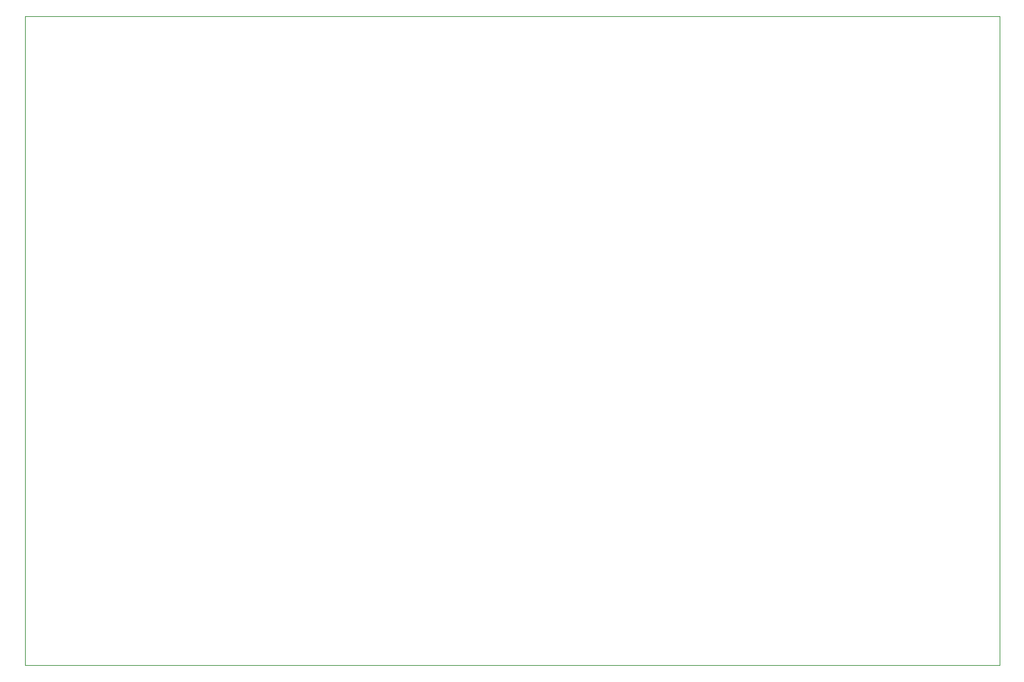
<source format=gbr>
%TF.GenerationSoftware,KiCad,Pcbnew,(5.1.6)-1*%
%TF.CreationDate,2020-06-23T23:46:23+03:00*%
%TF.ProjectId,flyback,666c7962-6163-46b2-9e6b-696361645f70,rev?*%
%TF.SameCoordinates,Original*%
%TF.FileFunction,Profile,NP*%
%FSLAX46Y46*%
G04 Gerber Fmt 4.6, Leading zero omitted, Abs format (unit mm)*
G04 Created by KiCad (PCBNEW (5.1.6)-1) date 2020-06-23 23:46:23*
%MOMM*%
%LPD*%
G01*
G04 APERTURE LIST*
%TA.AperFunction,Profile*%
%ADD10C,0.100000*%
%TD*%
G04 APERTURE END LIST*
D10*
X259080000Y-20320000D02*
X259080000Y-101600000D01*
X137160000Y-20320000D02*
X259080000Y-20320000D01*
X137160000Y-101600000D02*
X137160000Y-20320000D01*
X259080000Y-101600000D02*
X137160000Y-101600000D01*
M02*

</source>
